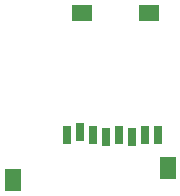
<source format=gbp>
G04 #@! TF.FileFunction,Paste,Bot*
%FSLAX46Y46*%
G04 Gerber Fmt 4.6, Leading zero omitted, Abs format (unit mm)*
G04 Created by KiCad (PCBNEW 4.0.5+dfsg1-4) date Tue May 29 16:35:46 2018*
%MOMM*%
%LPD*%
G01*
G04 APERTURE LIST*
%ADD10C,0.100000*%
%ADD11R,1.399540X1.899920*%
%ADD12R,0.797560X1.498600*%
%ADD13R,1.798320X1.399540*%
G04 APERTURE END LIST*
D10*
D11*
X67708780Y-104155240D03*
X80855820Y-103154480D03*
D12*
X72356980Y-100304600D03*
X73456800Y-100103940D03*
X74554080Y-100304600D03*
X75653900Y-100505260D03*
X76753720Y-100304600D03*
X77856080Y-100505260D03*
X78955900Y-100304600D03*
X80055720Y-100304600D03*
D13*
X79255620Y-90007440D03*
X73558400Y-90007440D03*
M02*

</source>
